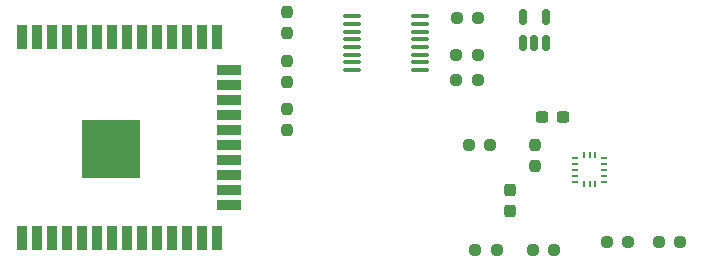
<source format=gbr>
%TF.GenerationSoftware,KiCad,Pcbnew,(6.0.2-0)*%
%TF.CreationDate,2022-03-23T11:12:32-04:00*%
%TF.ProjectId,chip-hardware,63686970-2d68-4617-9264-776172652e6b,v02*%
%TF.SameCoordinates,Original*%
%TF.FileFunction,Paste,Top*%
%TF.FilePolarity,Positive*%
%FSLAX46Y46*%
G04 Gerber Fmt 4.6, Leading zero omitted, Abs format (unit mm)*
G04 Created by KiCad (PCBNEW (6.0.2-0)) date 2022-03-23 11:12:32*
%MOMM*%
%LPD*%
G01*
G04 APERTURE LIST*
G04 Aperture macros list*
%AMRoundRect*
0 Rectangle with rounded corners*
0 $1 Rounding radius*
0 $2 $3 $4 $5 $6 $7 $8 $9 X,Y pos of 4 corners*
0 Add a 4 corners polygon primitive as box body*
4,1,4,$2,$3,$4,$5,$6,$7,$8,$9,$2,$3,0*
0 Add four circle primitives for the rounded corners*
1,1,$1+$1,$2,$3*
1,1,$1+$1,$4,$5*
1,1,$1+$1,$6,$7*
1,1,$1+$1,$8,$9*
0 Add four rect primitives between the rounded corners*
20,1,$1+$1,$2,$3,$4,$5,0*
20,1,$1+$1,$4,$5,$6,$7,0*
20,1,$1+$1,$6,$7,$8,$9,0*
20,1,$1+$1,$8,$9,$2,$3,0*%
G04 Aperture macros list end*
%ADD10RoundRect,0.237500X-0.250000X-0.237500X0.250000X-0.237500X0.250000X0.237500X-0.250000X0.237500X0*%
%ADD11RoundRect,0.237500X0.250000X0.237500X-0.250000X0.237500X-0.250000X-0.237500X0.250000X-0.237500X0*%
%ADD12R,0.900000X2.000000*%
%ADD13R,2.000000X0.900000*%
%ADD14R,5.000000X5.000000*%
%ADD15RoundRect,0.100000X0.637500X0.100000X-0.637500X0.100000X-0.637500X-0.100000X0.637500X-0.100000X0*%
%ADD16RoundRect,0.150000X0.150000X-0.512500X0.150000X0.512500X-0.150000X0.512500X-0.150000X-0.512500X0*%
%ADD17RoundRect,0.237500X-0.237500X0.250000X-0.237500X-0.250000X0.237500X-0.250000X0.237500X0.250000X0*%
%ADD18RoundRect,0.237500X0.300000X0.237500X-0.300000X0.237500X-0.300000X-0.237500X0.300000X-0.237500X0*%
%ADD19RoundRect,0.237500X0.237500X-0.250000X0.237500X0.250000X-0.237500X0.250000X-0.237500X-0.250000X0*%
%ADD20RoundRect,0.062500X-0.212500X-0.062500X0.212500X-0.062500X0.212500X0.062500X-0.212500X0.062500X0*%
%ADD21RoundRect,0.062500X-0.062500X-0.212500X0.062500X-0.212500X0.062500X0.212500X-0.062500X0.212500X0*%
%ADD22RoundRect,0.237500X-0.237500X0.300000X-0.237500X-0.300000X0.237500X-0.300000X0.237500X0.300000X0*%
G04 APERTURE END LIST*
D10*
%TO.C,R3*%
X174017300Y-110236000D03*
X175842300Y-110236000D03*
%TD*%
D11*
%TO.C,R12*%
X158750000Y-91262200D03*
X156925000Y-91262200D03*
%TD*%
D10*
%TO.C,R6*%
X157953900Y-102031800D03*
X159778900Y-102031800D03*
%TD*%
D12*
%TO.C,U5*%
X120123600Y-109871400D03*
X121393600Y-109871400D03*
X122663600Y-109871400D03*
X123933600Y-109871400D03*
X125203600Y-109871400D03*
X126473600Y-109871400D03*
X127743600Y-109871400D03*
X129013600Y-109871400D03*
X130283600Y-109871400D03*
X131553600Y-109871400D03*
X132823600Y-109871400D03*
X134093600Y-109871400D03*
X135363600Y-109871400D03*
X136633600Y-109871400D03*
D13*
X137633600Y-107086400D03*
X137633600Y-105816400D03*
X137633600Y-104546400D03*
X137633600Y-103276400D03*
X137633600Y-102006400D03*
X137633600Y-100736400D03*
X137633600Y-99466400D03*
X137633600Y-98196400D03*
X137633600Y-96926400D03*
X137633600Y-95656400D03*
D12*
X136633600Y-92871400D03*
X135363600Y-92871400D03*
X134093600Y-92871400D03*
X132823600Y-92871400D03*
X131553600Y-92871400D03*
X130283600Y-92871400D03*
X129013600Y-92871400D03*
X127743600Y-92871400D03*
X126473600Y-92871400D03*
X125203600Y-92871400D03*
X123933600Y-92871400D03*
X122663600Y-92871400D03*
X121393600Y-92871400D03*
X120123600Y-92871400D03*
D14*
X127623600Y-102371400D03*
%TD*%
D15*
%TO.C,U3*%
X153789300Y-95670800D03*
X153789300Y-95020800D03*
X153789300Y-94370800D03*
X153789300Y-93720800D03*
X153789300Y-93070800D03*
X153789300Y-92420800D03*
X153789300Y-91770800D03*
X153789300Y-91120800D03*
X148064300Y-91120800D03*
X148064300Y-91770800D03*
X148064300Y-92420800D03*
X148064300Y-93070800D03*
X148064300Y-93720800D03*
X148064300Y-94370800D03*
X148064300Y-95020800D03*
X148064300Y-95670800D03*
%TD*%
D16*
%TO.C,U1*%
X162549800Y-93415700D03*
X163499800Y-93415700D03*
X164449800Y-93415700D03*
X164449800Y-91140700D03*
X162549800Y-91140700D03*
%TD*%
D11*
%TO.C,R2*%
X171446200Y-110261400D03*
X169621200Y-110261400D03*
%TD*%
D10*
%TO.C,R5*%
X156872300Y-94411800D03*
X158697300Y-94411800D03*
%TD*%
D17*
%TO.C,R4*%
X163578000Y-102008300D03*
X163578000Y-103833300D03*
%TD*%
D18*
%TO.C,C1*%
X165886300Y-99669600D03*
X164161300Y-99669600D03*
%TD*%
D19*
%TO.C,R9*%
X142570200Y-100783400D03*
X142570200Y-98958400D03*
%TD*%
D11*
%TO.C,R7*%
X158697300Y-96494600D03*
X156872300Y-96494600D03*
%TD*%
D10*
%TO.C,R11*%
X163361900Y-110921800D03*
X165186900Y-110921800D03*
%TD*%
D19*
%TO.C,R8*%
X142570200Y-92555700D03*
X142570200Y-90730700D03*
%TD*%
D17*
%TO.C,R10*%
X142570200Y-94896300D03*
X142570200Y-96721300D03*
%TD*%
D20*
%TO.C,U2*%
X166948409Y-103114602D03*
X166948409Y-103614601D03*
X166948409Y-104114600D03*
X166948409Y-104614599D03*
X166948409Y-105114598D03*
D21*
X167673401Y-105339591D03*
X168173400Y-105339591D03*
X168673399Y-105339591D03*
D20*
X169398391Y-105114598D03*
X169398391Y-104614599D03*
X169398391Y-104114600D03*
X169398391Y-103614601D03*
X169398391Y-103114602D03*
D21*
X168673399Y-102889609D03*
X168173400Y-102889609D03*
X167673401Y-102889609D03*
%TD*%
D10*
%TO.C,R1*%
X158499900Y-110921800D03*
X160324900Y-110921800D03*
%TD*%
D22*
%TO.C,C2*%
X161444400Y-105869400D03*
X161444400Y-107594400D03*
%TD*%
M02*

</source>
